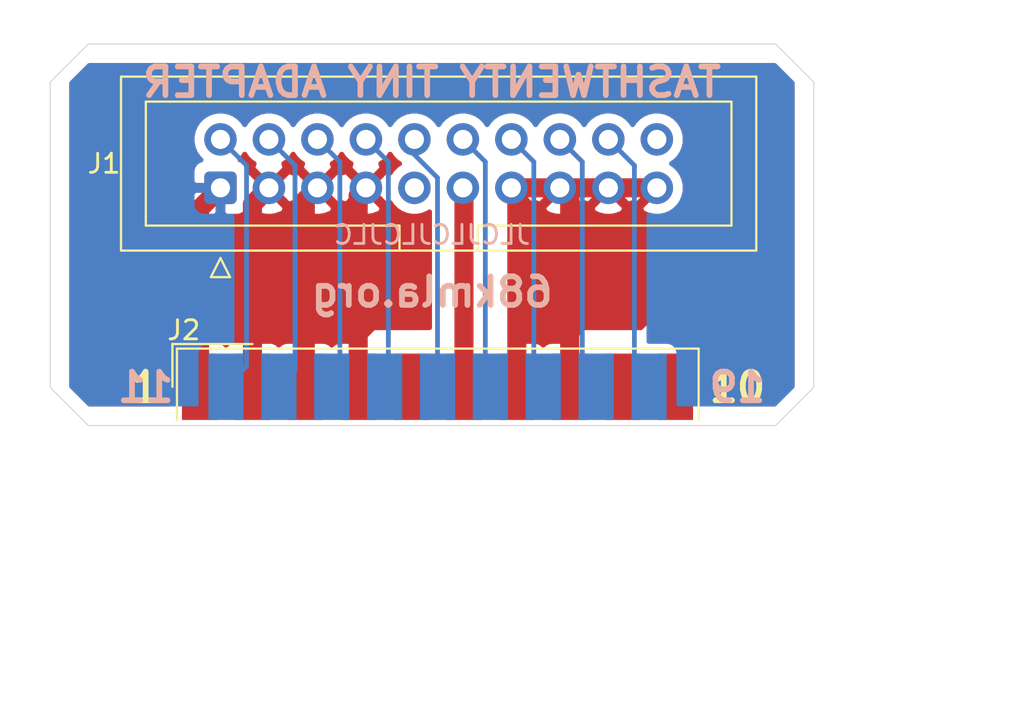
<source format=kicad_pcb>
(kicad_pcb (version 20171130) (host pcbnew "(5.1.12-1-10_14)")

  (general
    (thickness 1.6)
    (drawings 15)
    (tracks 44)
    (zones 0)
    (modules 2)
    (nets 13)
  )

  (page A4)
  (title_block
    (title "TashTwenty Tiny Adapter")
    (date 2021-11-28)
    (rev 1.0)
    (company Lostwave)
    (comment 1 https://68kmla.org)
    (comment 2 https://68kmla.org/bb/index.php?threads/tashtwenty-single-chip-dcd-hard-disk-20-interface.39357/)
    (comment 3 https://github.com/lampmerchant/tashtwenty)
  )

  (layers
    (0 F.Cu signal)
    (31 B.Cu signal)
    (36 B.SilkS user)
    (37 F.SilkS user)
    (38 B.Mask user)
    (39 F.Mask user)
    (44 Edge.Cuts user)
    (45 Margin user)
    (46 B.CrtYd user)
    (47 F.CrtYd user)
    (48 B.Fab user)
    (49 F.Fab user)
  )

  (setup
    (last_trace_width 0.25)
    (trace_clearance 0.2)
    (zone_clearance 0.508)
    (zone_45_only no)
    (trace_min 0.2)
    (via_size 1.6)
    (via_drill 0.8)
    (via_min_size 0.4)
    (via_min_drill 0.3)
    (uvia_size 0.3)
    (uvia_drill 0.1)
    (uvias_allowed no)
    (uvia_min_size 0.2)
    (uvia_min_drill 0.1)
    (edge_width 0.05)
    (segment_width 0.2)
    (pcb_text_width 0.3)
    (pcb_text_size 1.5 1.5)
    (mod_edge_width 0.12)
    (mod_text_size 1 1)
    (mod_text_width 0.15)
    (pad_size 1.524 1.524)
    (pad_drill 0.762)
    (pad_to_mask_clearance 0)
    (aux_axis_origin 0 0)
    (visible_elements FFFFFF7F)
    (pcbplotparams
      (layerselection 0x010f0_ffffffff)
      (usegerberextensions false)
      (usegerberattributes true)
      (usegerberadvancedattributes true)
      (creategerberjobfile true)
      (excludeedgelayer true)
      (linewidth 0.100000)
      (plotframeref false)
      (viasonmask false)
      (mode 1)
      (useauxorigin false)
      (hpglpennumber 1)
      (hpglpenspeed 20)
      (hpglpendiameter 15.000000)
      (psnegative false)
      (psa4output false)
      (plotreference true)
      (plotvalue true)
      (plotinvisibletext false)
      (padsonsilk false)
      (subtractmaskfromsilk false)
      (outputformat 1)
      (mirror false)
      (drillshape 0)
      (scaleselection 1)
      (outputdirectory ""))
  )

  (net 0 "")
  (net 1 +12V)
  (net 2 GND)
  (net 3 /WR)
  (net 4 /RD)
  (net 5 /~ENABLE)
  (net 6 /SEL)
  (net 7 /~WREQ)
  (net 8 /PH3)
  (net 9 /PH2)
  (net 10 /PH1)
  (net 11 /PH0)
  (net 12 +5V)

  (net_class Default "This is the default net class."
    (clearance 0.2)
    (trace_width 0.25)
    (via_dia 1.6)
    (via_drill 0.8)
    (uvia_dia 0.3)
    (uvia_drill 0.1)
    (add_net /PH0)
    (add_net /PH1)
    (add_net /PH2)
    (add_net /PH3)
    (add_net /RD)
    (add_net /SEL)
    (add_net /WR)
    (add_net /~ENABLE)
    (add_net /~WREQ)
  )

  (net_class POWER ""
    (clearance 0.2)
    (trace_width 1)
    (via_dia 1.6)
    (via_drill 0.8)
    (uvia_dia 0.3)
    (uvia_drill 0.1)
    (add_net +12V)
    (add_net +5V)
    (add_net GND)
  )

  (module Connector_Apple:DSUB-19_Male_EdgeMount_P2.77mm (layer F.Cu) (tedit 61A01D8A) (tstamp 61A0D243)
    (at 120 120)
    (descr "25-pin D-Sub connector, solder-cups edge-mounted, male, x-pin-pitch 2.77mm, distance of mounting holes 47.1mm, see https://disti-assets.s3.amazonaws.com/tonar/files/datasheets/16730.pdf")
    (tags "25-pin D-Sub connector edge mount solder cup male x-pin-pitch 2.77mm mounting holes distance 47.1mm")
    (path /61A3D54F)
    (attr smd)
    (fp_text reference J2 (at -13 -5) (layer F.SilkS)
      (effects (font (size 1 1) (thickness 0.15)))
    )
    (fp_text value DB19_Female (at 0 14.605) (layer F.Fab)
      (effects (font (size 1 1) (thickness 0.15)))
    )
    (fp_line (start -22.105 -0.042) (end 30.995 -0.042) (layer Dwgs.User) (width 0.05))
    (fp_line (start -13.598333 -4.272) (end -9.405 -4.272) (layer F.SilkS) (width 0.12))
    (fp_line (start -13.598333 -2.032) (end -13.598333 -4.272) (layer F.SilkS) (width 0.12))
    (fp_line (start -13.358333 -4.032) (end -13.358333 -0.292) (layer F.SilkS) (width 0.12))
    (fp_line (start 13.97 -4.032) (end -13.358333 -4.032) (layer F.SilkS) (width 0.12))
    (fp_line (start 13.97 -0.292) (end 13.97 -4.032) (layer F.SilkS) (width 0.12))
    (fp_line (start -13.605 -0.532) (end -13.605 -4.282) (layer F.CrtYd) (width 0.05))
    (fp_line (start -14.605 -0.532) (end -13.605 -0.532) (layer F.CrtYd) (width 0.05))
    (fp_line (start -14.605 2.268) (end -14.605 -0.532) (layer F.CrtYd) (width 0.05))
    (fp_line (start -15.605 2.268) (end -14.605 2.268) (layer F.CrtYd) (width 0.05))
    (fp_line (start -15.605 6.768) (end -15.605 2.268) (layer F.CrtYd) (width 0.05))
    (fp_line (start -22.605 6.768) (end -15.605 6.768) (layer F.CrtYd) (width 0.05))
    (fp_line (start -22.605 8.168) (end -22.605 6.768) (layer F.CrtYd) (width 0.05))
    (fp_line (start -15.205 8.168) (end -22.605 8.168) (layer F.CrtYd) (width 0.05))
    (fp_line (start -15.205 14.168) (end -15.205 8.168) (layer F.CrtYd) (width 0.05))
    (fp_line (start 15.841 14.168) (end -15.205 14.168) (layer F.CrtYd) (width 0.05))
    (fp_line (start 15.841 8.168) (end 15.841 14.168) (layer F.CrtYd) (width 0.05))
    (fp_line (start 23.241 8.168) (end 15.841 8.168) (layer F.CrtYd) (width 0.05))
    (fp_line (start 23.224 6.768) (end 23.224 8.168) (layer F.CrtYd) (width 0.05))
    (fp_line (start 16.224 6.768) (end 23.224 6.768) (layer F.CrtYd) (width 0.05))
    (fp_line (start 16.224 2.268) (end 16.224 6.768) (layer F.CrtYd) (width 0.05))
    (fp_line (start 15.224 2.268) (end 16.224 2.268) (layer F.CrtYd) (width 0.05))
    (fp_line (start 15.224 -0.532) (end 15.224 2.268) (layer F.CrtYd) (width 0.05))
    (fp_line (start 14.224 -0.532) (end 15.224 -0.532) (layer F.CrtYd) (width 0.05))
    (fp_line (start 14.224 -4.282) (end 14.224 -0.532) (layer F.CrtYd) (width 0.05))
    (fp_line (start -13.605 -4.282) (end 14.224 -4.282) (layer F.CrtYd) (width 0.05))
    (fp_line (start 22.7965 7.658) (end -14.705 7.658) (layer F.Fab) (width 0.1))
    (fp_line (start 15.396229 13.66049) (end 15.396229 7.66049) (layer F.Fab) (width 0.1))
    (fp_line (start -14.705 13.658) (end 15.36791 13.65338) (layer F.Fab) (width 0.1))
    (fp_line (start -14.705 7.658) (end -14.705 13.658) (layer F.Fab) (width 0.1))
    (fp_line (start 22.7965 7.258) (end -22.105 7.258) (layer F.Fab) (width 0.1))
    (fp_line (start 22.7965 7.658) (end 22.7965 7.258) (layer F.Fab) (width 0.1))
    (fp_line (start -22.105 7.658) (end 22.7965 7.658) (layer F.Fab) (width 0.1))
    (fp_line (start -22.105 7.258) (end -22.105 7.658) (layer F.Fab) (width 0.1))
    (fp_line (start 15.748 2.758) (end -15.105 2.758) (layer F.Fab) (width 0.1))
    (fp_line (start 15.748 7.258) (end 15.748 2.758) (layer F.Fab) (width 0.1))
    (fp_line (start -15.105 7.258) (end 22.7965 7.258) (layer F.Fab) (width 0.1))
    (fp_line (start -15.105 2.758) (end -15.105 7.258) (layer F.Fab) (width 0.1))
    (fp_line (start 14.732 -0.042) (end -14.105 -0.042) (layer F.Fab) (width 0.1))
    (fp_line (start 14.732 2.758) (end 14.732 -0.042) (layer F.Fab) (width 0.1))
    (fp_line (start -14.105 2.758) (end 15.748 2.758) (layer F.Fab) (width 0.1))
    (fp_line (start -14.105 -0.042) (end -14.105 2.758) (layer F.Fab) (width 0.1))
    (fp_line (start 13.54 -0.042) (end 14.74 -0.042) (layer B.Fab) (width 0.1))
    (fp_line (start 11.97 -2.942) (end 10.77 -2.942) (layer B.Fab) (width 0.1))
    (fp_line (start 11.97 -0.042) (end 11.97 -2.942) (layer B.Fab) (width 0.1))
    (fp_line (start 10.77 -0.042) (end 11.97 -0.042) (layer B.Fab) (width 0.1))
    (fp_line (start 10.77 -2.942) (end 10.77 -0.042) (layer B.Fab) (width 0.1))
    (fp_line (start 9.2 -2.942) (end 8 -2.942) (layer B.Fab) (width 0.1))
    (fp_line (start 9.2 -0.042) (end 9.2 -2.942) (layer B.Fab) (width 0.1))
    (fp_line (start 8 -0.042) (end 9.2 -0.042) (layer B.Fab) (width 0.1))
    (fp_line (start 8 -2.942) (end 8 -0.042) (layer B.Fab) (width 0.1))
    (fp_line (start 6.43 -2.942) (end 5.23 -2.942) (layer B.Fab) (width 0.1))
    (fp_line (start 6.43 -0.042) (end 6.43 -2.942) (layer B.Fab) (width 0.1))
    (fp_line (start 5.23 -0.042) (end 6.43 -0.042) (layer B.Fab) (width 0.1))
    (fp_line (start 5.23 -2.942) (end 5.23 -0.042) (layer B.Fab) (width 0.1))
    (fp_line (start 3.66 -2.942) (end 2.46 -2.942) (layer B.Fab) (width 0.1))
    (fp_line (start 3.66 -0.042) (end 3.66 -2.942) (layer B.Fab) (width 0.1))
    (fp_line (start 2.46 -0.042) (end 3.66 -0.042) (layer B.Fab) (width 0.1))
    (fp_line (start 2.46 -2.942) (end 2.46 -0.042) (layer B.Fab) (width 0.1))
    (fp_line (start 0.89 -2.942) (end -0.31 -2.942) (layer B.Fab) (width 0.1))
    (fp_line (start 0.89 -0.042) (end 0.89 -2.942) (layer B.Fab) (width 0.1))
    (fp_line (start -0.31 -0.042) (end 0.89 -0.042) (layer B.Fab) (width 0.1))
    (fp_line (start -0.31 -2.942) (end -0.31 -0.042) (layer B.Fab) (width 0.1))
    (fp_line (start -1.88 -2.942) (end -3.08 -2.942) (layer B.Fab) (width 0.1))
    (fp_line (start -1.88 -0.042) (end -1.88 -2.942) (layer B.Fab) (width 0.1))
    (fp_line (start -3.08 -0.042) (end -1.88 -0.042) (layer B.Fab) (width 0.1))
    (fp_line (start -3.08 -2.942) (end -3.08 -0.042) (layer B.Fab) (width 0.1))
    (fp_line (start -4.65 -2.942) (end -5.85 -2.942) (layer B.Fab) (width 0.1))
    (fp_line (start -4.65 -0.042) (end -4.65 -2.942) (layer B.Fab) (width 0.1))
    (fp_line (start -5.85 -0.042) (end -4.65 -0.042) (layer B.Fab) (width 0.1))
    (fp_line (start -5.85 -2.942) (end -5.85 -0.042) (layer B.Fab) (width 0.1))
    (fp_line (start -7.42 -2.942) (end -8.62 -2.942) (layer B.Fab) (width 0.1))
    (fp_line (start -7.42 -0.042) (end -7.42 -2.942) (layer B.Fab) (width 0.1))
    (fp_line (start -8.62 -0.042) (end -7.42 -0.042) (layer B.Fab) (width 0.1))
    (fp_line (start -8.62 -2.942) (end -8.62 -0.042) (layer B.Fab) (width 0.1))
    (fp_line (start -10.19 -2.942) (end -11.39 -2.942) (layer B.Fab) (width 0.1))
    (fp_line (start -10.19 -0.042) (end -10.19 -2.942) (layer B.Fab) (width 0.1))
    (fp_line (start -11.39 -0.042) (end -10.19 -0.042) (layer B.Fab) (width 0.1))
    (fp_line (start -11.39 -2.942) (end -11.39 -0.042) (layer B.Fab) (width 0.1))
    (fp_line (start 13.355 -2.942) (end 12.155 -2.942) (layer F.Fab) (width 0.1))
    (fp_line (start 13.355 -0.042) (end 13.355 -2.942) (layer F.Fab) (width 0.1))
    (fp_line (start 12.155 -0.042) (end 13.355 -0.042) (layer F.Fab) (width 0.1))
    (fp_line (start 12.155 -2.942) (end 12.155 -0.042) (layer F.Fab) (width 0.1))
    (fp_line (start 10.585 -2.942) (end 9.385 -2.942) (layer F.Fab) (width 0.1))
    (fp_line (start 10.585 -0.042) (end 10.585 -2.942) (layer F.Fab) (width 0.1))
    (fp_line (start 9.385 -0.042) (end 10.585 -0.042) (layer F.Fab) (width 0.1))
    (fp_line (start 9.385 -2.942) (end 9.385 -0.042) (layer F.Fab) (width 0.1))
    (fp_line (start 7.815 -2.942) (end 6.615 -2.942) (layer F.Fab) (width 0.1))
    (fp_line (start 7.815 -0.042) (end 7.815 -2.942) (layer F.Fab) (width 0.1))
    (fp_line (start 6.615 -0.042) (end 7.815 -0.042) (layer F.Fab) (width 0.1))
    (fp_line (start 6.615 -2.942) (end 6.615 -0.042) (layer F.Fab) (width 0.1))
    (fp_line (start 5.045 -2.942) (end 3.845 -2.942) (layer F.Fab) (width 0.1))
    (fp_line (start 5.045 -0.042) (end 5.045 -2.942) (layer F.Fab) (width 0.1))
    (fp_line (start 3.845 -0.042) (end 5.045 -0.042) (layer F.Fab) (width 0.1))
    (fp_line (start 3.845 -2.942) (end 3.845 -0.042) (layer F.Fab) (width 0.1))
    (fp_line (start 2.275 -2.942) (end 1.075 -2.942) (layer F.Fab) (width 0.1))
    (fp_line (start 2.275 -0.042) (end 2.275 -2.942) (layer F.Fab) (width 0.1))
    (fp_line (start 1.075 -0.042) (end 2.275 -0.042) (layer F.Fab) (width 0.1))
    (fp_line (start 1.075 -2.942) (end 1.075 -0.042) (layer F.Fab) (width 0.1))
    (fp_line (start -0.495 -2.942) (end -1.695 -2.942) (layer F.Fab) (width 0.1))
    (fp_line (start -0.495 -0.042) (end -0.495 -2.942) (layer F.Fab) (width 0.1))
    (fp_line (start -1.695 -0.042) (end -0.495 -0.042) (layer F.Fab) (width 0.1))
    (fp_line (start -1.695 -2.942) (end -1.695 -0.042) (layer F.Fab) (width 0.1))
    (fp_line (start -3.265 -2.942) (end -4.465 -2.942) (layer F.Fab) (width 0.1))
    (fp_line (start -3.265 -0.042) (end -3.265 -2.942) (layer F.Fab) (width 0.1))
    (fp_line (start -4.465 -0.042) (end -3.265 -0.042) (layer F.Fab) (width 0.1))
    (fp_line (start -4.465 -2.942) (end -4.465 -0.042) (layer F.Fab) (width 0.1))
    (fp_line (start -6.035 -2.942) (end -7.235 -2.942) (layer F.Fab) (width 0.1))
    (fp_line (start -6.035 -0.042) (end -6.035 -2.942) (layer F.Fab) (width 0.1))
    (fp_line (start -7.235 -0.042) (end -6.035 -0.042) (layer F.Fab) (width 0.1))
    (fp_line (start -7.235 -2.942) (end -7.235 -0.042) (layer F.Fab) (width 0.1))
    (fp_line (start -8.805 -2.942) (end -10.005 -2.942) (layer F.Fab) (width 0.1))
    (fp_line (start -8.805 -0.042) (end -8.805 -2.942) (layer F.Fab) (width 0.1))
    (fp_line (start -10.005 -0.042) (end -8.805 -0.042) (layer F.Fab) (width 0.1))
    (fp_line (start -10.005 -2.942) (end -10.005 -0.042) (layer F.Fab) (width 0.1))
    (fp_line (start -11.575 -2.942) (end -12.775 -2.942) (layer F.Fab) (width 0.1))
    (fp_line (start -11.575 -0.042) (end -11.575 -2.942) (layer F.Fab) (width 0.1))
    (fp_line (start -12.775 -0.042) (end -11.575 -0.042) (layer F.Fab) (width 0.1))
    (fp_line (start -12.775 -2.942) (end -12.775 -0.042) (layer F.Fab) (width 0.1))
    (fp_text user "PCB edge" (at -17.105 -0.708667) (layer Dwgs.User)
      (effects (font (size 0.5 0.5) (thickness 0.075)))
    )
    (fp_text user %R (at 4.445 1.358) (layer F.Fab)
      (effects (font (size 1 1) (thickness 0.15)))
    )
    (pad 19 smd rect (at 11.37 -2.032) (size 1.846667 3.48) (layers B.Cu B.Paste B.Mask)
      (net 3 /WR))
    (pad 18 smd rect (at 8.6 -2.032) (size 1.846667 3.48) (layers B.Cu B.Paste B.Mask)
      (net 4 /RD))
    (pad 17 smd rect (at 5.83 -2.032) (size 1.846667 3.48) (layers B.Cu B.Paste B.Mask)
      (net 5 /~ENABLE))
    (pad 16 smd rect (at 3.06 -2.032) (size 1.846667 3.48) (layers B.Cu B.Paste B.Mask)
      (net 6 /SEL))
    (pad 15 smd rect (at 0.29 -2.032) (size 1.846667 3.48) (layers B.Cu B.Paste B.Mask)
      (net 7 /~WREQ))
    (pad 14 smd rect (at -2.48 -2.032) (size 1.846667 3.48) (layers B.Cu B.Paste B.Mask)
      (net 8 /PH3))
    (pad 13 smd rect (at -5.25 -2.032) (size 1.846667 3.48) (layers B.Cu B.Paste B.Mask)
      (net 9 /PH2))
    (pad 12 smd rect (at -8.02 -2.032) (size 1.846667 3.48) (layers B.Cu B.Paste B.Mask)
      (net 10 /PH1))
    (pad 11 smd rect (at -10.79 -2.032) (size 1.846667 3.48) (layers B.Cu B.Paste B.Mask)
      (net 11 /PH0))
    (pad 10 smd rect (at 12.755 -2.032) (size 1.846667 3.48) (layers F.Cu F.Paste F.Mask))
    (pad 9 smd rect (at 9.985 -2.032) (size 1.846667 3.48) (layers F.Cu F.Paste F.Mask))
    (pad 8 smd rect (at 7.215 -2.032) (size 1.846667 3.48) (layers F.Cu F.Paste F.Mask)
      (net 1 +12V))
    (pad 7 smd rect (at 4.445 -2.032) (size 1.846667 3.48) (layers F.Cu F.Paste F.Mask)
      (net 1 +12V))
    (pad 6 smd rect (at 1.675 -2.032) (size 1.846667 3.48) (layers F.Cu F.Paste F.Mask)
      (net 12 +5V))
    (pad 5 smd rect (at -1.095 -2.032) (size 1.846667 3.48) (layers F.Cu F.Paste F.Mask))
    (pad 4 smd rect (at -3.865 -2.032) (size 1.846667 3.48) (layers F.Cu F.Paste F.Mask)
      (net 2 GND))
    (pad 3 smd rect (at -6.635 -2.032) (size 1.846667 3.48) (layers F.Cu F.Paste F.Mask)
      (net 2 GND))
    (pad 2 smd rect (at -9.405 -2.032) (size 1.846667 3.48) (layers F.Cu F.Paste F.Mask)
      (net 2 GND))
    (pad 1 smd rect (at -12.175 -2.032) (size 1.846667 3.48) (layers F.Cu F.Paste F.Mask)
      (net 2 GND))
    (model ${KISYS3DMOD}/Connector_Dsub.3dshapes/DSUB-25_Male_EdgeMount_P2.77mm.wrl
      (at (xyz 0 0 0))
      (scale (xyz 1 1 1))
      (rotate (xyz 0 0 0))
    )
  )

  (module Connector_IDC:IDC-Header_2x10_P2.54mm_Vertical (layer F.Cu) (tedit 5EAC9A07) (tstamp 61A0722C)
    (at 108.92 107.54 90)
    (descr "Through hole IDC box header, 2x10, 2.54mm pitch, DIN 41651 / IEC 60603-13, double rows, https://docs.google.com/spreadsheets/d/16SsEcesNF15N3Lb4niX7dcUr-NY5_MFPQhobNuNppn4/edit#gid=0")
    (tags "Through hole vertical IDC box header THT 2x10 2.54mm double row")
    (path /61A0248C)
    (fp_text reference J1 (at 1.27 -6.1 180) (layer F.SilkS)
      (effects (font (size 1 1) (thickness 0.15)))
    )
    (fp_text value Conn_02x10_Odd_Even (at 1.27 28.96 90) (layer F.Fab)
      (effects (font (size 1 1) (thickness 0.15)))
    )
    (fp_line (start -3.18 -4.1) (end -2.18 -5.1) (layer F.Fab) (width 0.1))
    (fp_line (start -2.18 -5.1) (end 5.72 -5.1) (layer F.Fab) (width 0.1))
    (fp_line (start 5.72 -5.1) (end 5.72 27.96) (layer F.Fab) (width 0.1))
    (fp_line (start 5.72 27.96) (end -3.18 27.96) (layer F.Fab) (width 0.1))
    (fp_line (start -3.18 27.96) (end -3.18 -4.1) (layer F.Fab) (width 0.1))
    (fp_line (start -3.18 9.38) (end -1.98 9.38) (layer F.Fab) (width 0.1))
    (fp_line (start -1.98 9.38) (end -1.98 -3.91) (layer F.Fab) (width 0.1))
    (fp_line (start -1.98 -3.91) (end 4.52 -3.91) (layer F.Fab) (width 0.1))
    (fp_line (start 4.52 -3.91) (end 4.52 26.77) (layer F.Fab) (width 0.1))
    (fp_line (start 4.52 26.77) (end -1.98 26.77) (layer F.Fab) (width 0.1))
    (fp_line (start -1.98 26.77) (end -1.98 13.48) (layer F.Fab) (width 0.1))
    (fp_line (start -1.98 13.48) (end -1.98 13.48) (layer F.Fab) (width 0.1))
    (fp_line (start -1.98 13.48) (end -3.18 13.48) (layer F.Fab) (width 0.1))
    (fp_line (start -3.29 -5.21) (end 5.83 -5.21) (layer F.SilkS) (width 0.12))
    (fp_line (start 5.83 -5.21) (end 5.83 28.07) (layer F.SilkS) (width 0.12))
    (fp_line (start 5.83 28.07) (end -3.29 28.07) (layer F.SilkS) (width 0.12))
    (fp_line (start -3.29 28.07) (end -3.29 -5.21) (layer F.SilkS) (width 0.12))
    (fp_line (start -3.29 9.38) (end -1.98 9.38) (layer F.SilkS) (width 0.12))
    (fp_line (start -1.98 9.38) (end -1.98 -3.91) (layer F.SilkS) (width 0.12))
    (fp_line (start -1.98 -3.91) (end 4.52 -3.91) (layer F.SilkS) (width 0.12))
    (fp_line (start 4.52 -3.91) (end 4.52 26.77) (layer F.SilkS) (width 0.12))
    (fp_line (start 4.52 26.77) (end -1.98 26.77) (layer F.SilkS) (width 0.12))
    (fp_line (start -1.98 26.77) (end -1.98 13.48) (layer F.SilkS) (width 0.12))
    (fp_line (start -1.98 13.48) (end -1.98 13.48) (layer F.SilkS) (width 0.12))
    (fp_line (start -1.98 13.48) (end -3.29 13.48) (layer F.SilkS) (width 0.12))
    (fp_line (start -3.68 0) (end -4.68 -0.5) (layer F.SilkS) (width 0.12))
    (fp_line (start -4.68 -0.5) (end -4.68 0.5) (layer F.SilkS) (width 0.12))
    (fp_line (start -4.68 0.5) (end -3.68 0) (layer F.SilkS) (width 0.12))
    (fp_line (start -3.68 -5.6) (end -3.68 28.46) (layer F.CrtYd) (width 0.05))
    (fp_line (start -3.68 28.46) (end 6.22 28.46) (layer F.CrtYd) (width 0.05))
    (fp_line (start 6.22 28.46) (end 6.22 -5.6) (layer F.CrtYd) (width 0.05))
    (fp_line (start 6.22 -5.6) (end -3.68 -5.6) (layer F.CrtYd) (width 0.05))
    (fp_text user %R (at 1.27 11.43) (layer F.Fab)
      (effects (font (size 1 1) (thickness 0.15)))
    )
    (pad 20 thru_hole circle (at 2.54 22.86 90) (size 1.7 1.7) (drill 1) (layers *.Cu *.Mask))
    (pad 18 thru_hole circle (at 2.54 20.32 90) (size 1.7 1.7) (drill 1) (layers *.Cu *.Mask)
      (net 3 /WR))
    (pad 16 thru_hole circle (at 2.54 17.78 90) (size 1.7 1.7) (drill 1) (layers *.Cu *.Mask)
      (net 4 /RD))
    (pad 14 thru_hole circle (at 2.54 15.24 90) (size 1.7 1.7) (drill 1) (layers *.Cu *.Mask)
      (net 5 /~ENABLE))
    (pad 12 thru_hole circle (at 2.54 12.7 90) (size 1.7 1.7) (drill 1) (layers *.Cu *.Mask)
      (net 6 /SEL))
    (pad 10 thru_hole circle (at 2.54 10.16 90) (size 1.7 1.7) (drill 1) (layers *.Cu *.Mask)
      (net 7 /~WREQ))
    (pad 8 thru_hole circle (at 2.54 7.62 90) (size 1.7 1.7) (drill 1) (layers *.Cu *.Mask)
      (net 8 /PH3))
    (pad 6 thru_hole circle (at 2.54 5.08 90) (size 1.7 1.7) (drill 1) (layers *.Cu *.Mask)
      (net 9 /PH2))
    (pad 4 thru_hole circle (at 2.54 2.54 90) (size 1.7 1.7) (drill 1) (layers *.Cu *.Mask)
      (net 10 /PH1))
    (pad 2 thru_hole circle (at 2.54 0 90) (size 1.7 1.7) (drill 1) (layers *.Cu *.Mask)
      (net 11 /PH0))
    (pad 19 thru_hole circle (at 0 22.86 90) (size 1.7 1.7) (drill 1) (layers *.Cu *.Mask)
      (net 1 +12V))
    (pad 17 thru_hole circle (at 0 20.32 90) (size 1.7 1.7) (drill 1) (layers *.Cu *.Mask)
      (net 1 +12V))
    (pad 15 thru_hole circle (at 0 17.78 90) (size 1.7 1.7) (drill 1) (layers *.Cu *.Mask)
      (net 1 +12V))
    (pad 13 thru_hole circle (at 0 15.24 90) (size 1.7 1.7) (drill 1) (layers *.Cu *.Mask)
      (net 1 +12V))
    (pad 11 thru_hole circle (at 0 12.7 90) (size 1.7 1.7) (drill 1) (layers *.Cu *.Mask)
      (net 12 +5V))
    (pad 9 thru_hole circle (at 0 10.16 90) (size 1.7 1.7) (drill 1) (layers *.Cu *.Mask))
    (pad 7 thru_hole circle (at 0 7.62 90) (size 1.7 1.7) (drill 1) (layers *.Cu *.Mask)
      (net 2 GND))
    (pad 5 thru_hole circle (at 0 5.08 90) (size 1.7 1.7) (drill 1) (layers *.Cu *.Mask)
      (net 2 GND))
    (pad 3 thru_hole circle (at 0 2.54 90) (size 1.7 1.7) (drill 1) (layers *.Cu *.Mask)
      (net 2 GND))
    (pad 1 thru_hole roundrect (at 0 0 90) (size 1.7 1.7) (drill 1) (layers *.Cu *.Mask) (roundrect_rratio 0.1470588235294118)
      (net 2 GND))
    (model ${KISYS3DMOD}/Connector_IDC.3dshapes/IDC-Header_2x10_P2.54mm_Vertical.wrl
      (at (xyz 0 0 0))
      (scale (xyz 1 1 1))
      (rotate (xyz 0 0 0))
    )
  )

  (gr_text JLCJLCJLCJLC (at 120 110) (layer B.SilkS)
    (effects (font (size 1 1) (thickness 0.15)) (justify mirror))
  )
  (gr_text 10 (at 136 118) (layer F.SilkS)
    (effects (font (size 1.5 1.5) (thickness 0.3)))
  )
  (gr_text 1 (at 105 118) (layer F.SilkS)
    (effects (font (size 1.5 1.5) (thickness 0.3)))
  )
  (gr_text 11 (at 105 118) (layer B.SilkS)
    (effects (font (size 1.5 1.5) (thickness 0.3)) (justify mirror))
  )
  (gr_text 19 (at 136 118) (layer B.SilkS)
    (effects (font (size 1.5 1.5) (thickness 0.3)) (justify mirror))
  )
  (gr_text 68kmla.org (at 120 113) (layer B.SilkS)
    (effects (font (size 1.5 1.5) (thickness 0.3)) (justify mirror))
  )
  (gr_text "TASHTWENTY TINY ADAPTER" (at 120 102) (layer B.SilkS)
    (effects (font (size 1.5 1.5) (thickness 0.3)) (justify mirror))
  )
  (gr_line (start 100 118) (end 100 102) (layer Edge.Cuts) (width 0.05) (tstamp 61A0730C))
  (gr_line (start 102 120) (end 100 118) (layer Edge.Cuts) (width 0.05))
  (gr_line (start 138 120) (end 102 120) (layer Edge.Cuts) (width 0.05))
  (gr_line (start 140 118) (end 138 120) (layer Edge.Cuts) (width 0.05))
  (gr_line (start 140 102) (end 140 118) (layer Edge.Cuts) (width 0.05))
  (gr_line (start 138 100) (end 140 102) (layer Edge.Cuts) (width 0.05))
  (gr_line (start 102 100) (end 138 100) (layer Edge.Cuts) (width 0.05))
  (gr_line (start 100 102) (end 102 100) (layer Edge.Cuts) (width 0.05))

  (segment (start 127.215 108.055) (end 126.7 107.54) (width 1) (layer F.Cu) (net 1))
  (segment (start 127.215 117.968) (end 127.215 108.055) (width 1) (layer F.Cu) (net 1))
  (segment (start 124.16 107.54) (end 126.7 107.54) (width 1) (layer F.Cu) (net 1))
  (segment (start 126.7 107.54) (end 129.24 107.54) (width 1) (layer F.Cu) (net 1))
  (segment (start 131.78 107.54) (end 129.24 107.54) (width 1) (layer F.Cu) (net 1))
  (segment (start 124.445 107.825) (end 124.16 107.54) (width 1) (layer F.Cu) (net 1))
  (segment (start 124.445 117.968) (end 124.445 107.825) (width 1) (layer F.Cu) (net 1))
  (segment (start 116.135 107.945) (end 116.54 107.54) (width 1) (layer F.Cu) (net 2))
  (segment (start 116.135 117.968) (end 116.135 107.945) (width 1) (layer F.Cu) (net 2))
  (segment (start 113.365 108.175) (end 114 107.54) (width 1) (layer F.Cu) (net 2))
  (segment (start 113.365 117.968) (end 113.365 108.175) (width 1) (layer F.Cu) (net 2))
  (segment (start 110.595 108.405) (end 111.46 107.54) (width 1) (layer F.Cu) (net 2))
  (segment (start 110.595 117.968) (end 110.595 108.405) (width 1) (layer F.Cu) (net 2))
  (segment (start 107.825 108.635) (end 108.92 107.54) (width 1) (layer F.Cu) (net 2))
  (segment (start 107.825 117.968) (end 107.825 108.635) (width 1) (layer F.Cu) (net 2))
  (segment (start 130.604999 106.364999) (end 129.24 105) (width 0.25) (layer B.Cu) (net 3))
  (segment (start 130.604999 117.202999) (end 130.604999 106.364999) (width 0.25) (layer B.Cu) (net 3))
  (segment (start 131.37 117.968) (end 130.604999 117.202999) (width 0.25) (layer B.Cu) (net 3))
  (segment (start 127.875001 106.175001) (end 126.7 105) (width 0.25) (layer B.Cu) (net 4))
  (segment (start 127.875001 117.243001) (end 127.875001 106.175001) (width 0.25) (layer B.Cu) (net 4))
  (segment (start 128.6 117.968) (end 127.875001 117.243001) (width 0.25) (layer B.Cu) (net 4))
  (segment (start 125.335001 106.175001) (end 124.16 105) (width 0.25) (layer B.Cu) (net 5))
  (segment (start 125.335001 117.473001) (end 125.335001 106.175001) (width 0.25) (layer B.Cu) (net 5))
  (segment (start 125.83 117.968) (end 125.335001 117.473001) (width 0.25) (layer B.Cu) (net 5))
  (segment (start 122.795001 117.703001) (end 122.795001 106.175001) (width 0.25) (layer B.Cu) (net 6))
  (segment (start 122.795001 106.175001) (end 121.62 105) (width 0.25) (layer B.Cu) (net 6))
  (segment (start 123.06 117.968) (end 122.795001 117.703001) (width 0.25) (layer B.Cu) (net 6))
  (segment (start 119.08 105.800998) (end 119.08 105) (width 0.25) (layer B.Cu) (net 7))
  (segment (start 120.29 107.010998) (end 119.08 105.800998) (width 0.25) (layer B.Cu) (net 7))
  (segment (start 120.29 117.968) (end 120.29 107.010998) (width 0.25) (layer B.Cu) (net 7))
  (segment (start 117.715001 106.175001) (end 116.54 105) (width 0.25) (layer B.Cu) (net 8))
  (segment (start 117.715001 117.772999) (end 117.715001 106.175001) (width 0.25) (layer B.Cu) (net 8))
  (segment (start 117.52 117.968) (end 117.715001 117.772999) (width 0.25) (layer B.Cu) (net 8))
  (segment (start 115.175001 106.175001) (end 114 105) (width 0.25) (layer B.Cu) (net 9))
  (segment (start 115.175001 117.542999) (end 115.175001 106.175001) (width 0.25) (layer B.Cu) (net 9))
  (segment (start 114.75 117.968) (end 115.175001 117.542999) (width 0.25) (layer B.Cu) (net 9))
  (segment (start 112.824999 106.364999) (end 111.46 105) (width 0.25) (layer B.Cu) (net 10))
  (segment (start 112.824999 117.123001) (end 112.824999 106.364999) (width 0.25) (layer B.Cu) (net 10))
  (segment (start 111.98 117.968) (end 112.824999 117.123001) (width 0.25) (layer B.Cu) (net 10))
  (segment (start 110.284999 106.364999) (end 108.92 105) (width 0.25) (layer B.Cu) (net 11))
  (segment (start 110.284999 116.893001) (end 110.284999 106.364999) (width 0.25) (layer B.Cu) (net 11))
  (segment (start 109.21 117.968) (end 110.284999 116.893001) (width 0.25) (layer B.Cu) (net 11))
  (segment (start 121.675 107.595) (end 121.62 107.54) (width 1) (layer F.Cu) (net 12))
  (segment (start 121.675 117.968) (end 121.675 107.595) (width 1) (layer F.Cu) (net 12))

  (zone (net 1) (net_name +12V) (layer F.Cu) (tstamp 61B0AE84) (hatch edge 0.508)
    (connect_pads (clearance 0.508))
    (min_thickness 0.254)
    (fill yes (arc_segments 32) (thermal_gap 0.508) (thermal_bridge_width 0.508))
    (polygon
      (pts
        (xy 132 114) (xy 131 115) (xy 128 115) (xy 127 116) (xy 124 116)
        (xy 124 107) (xy 132 107)
      )
    )
    (filled_polygon
      (pts
        (xy 131.873 107.42511) (xy 131.873 107.65489) (xy 131.794143 107.733748) (xy 131.78 107.719605) (xy 130.931208 108.568397)
        (xy 131.008843 108.817472) (xy 131.272883 108.943371) (xy 131.556411 109.015339) (xy 131.848531 109.030611) (xy 131.873 109.02706)
        (xy 131.873 113.947394) (xy 130.947394 114.873) (xy 128 114.873) (xy 127.975224 114.87544) (xy 127.951399 114.882667)
        (xy 127.929443 114.894403) (xy 127.910197 114.910197) (xy 127.078322 115.742072) (xy 126.92925 115.593) (xy 126.291667 115.589928)
        (xy 126.167185 115.602188) (xy 126.047487 115.638498) (xy 125.937173 115.697463) (xy 125.840482 115.776815) (xy 125.83 115.789587)
        (xy 125.819518 115.776815) (xy 125.722827 115.697463) (xy 125.612513 115.638498) (xy 125.492815 115.602188) (xy 125.368333 115.589928)
        (xy 124.73075 115.593) (xy 124.572 115.75175) (xy 124.572 115.873) (xy 124.318 115.873) (xy 124.318 115.75175)
        (xy 124.15925 115.593) (xy 124.127 115.592845) (xy 124.127 109.025303) (xy 124.228531 109.030611) (xy 124.518019 108.988599)
        (xy 124.793747 108.890919) (xy 124.931157 108.817472) (xy 125.008792 108.568397) (xy 125.851208 108.568397) (xy 125.928843 108.817472)
        (xy 126.192883 108.943371) (xy 126.476411 109.015339) (xy 126.768531 109.030611) (xy 127.058019 108.988599) (xy 127.333747 108.890919)
        (xy 127.471157 108.817472) (xy 127.548792 108.568397) (xy 128.391208 108.568397) (xy 128.468843 108.817472) (xy 128.732883 108.943371)
        (xy 129.016411 109.015339) (xy 129.308531 109.030611) (xy 129.598019 108.988599) (xy 129.873747 108.890919) (xy 130.011157 108.817472)
        (xy 130.088792 108.568397) (xy 129.24 107.719605) (xy 128.391208 108.568397) (xy 127.548792 108.568397) (xy 126.7 107.719605)
        (xy 125.851208 108.568397) (xy 125.008792 108.568397) (xy 124.16 107.719605) (xy 124.145858 107.733748) (xy 124.127 107.71489)
        (xy 124.127 107.36511) (xy 124.145858 107.346253) (xy 124.16 107.360395) (xy 124.174143 107.346253) (xy 124.353748 107.525858)
        (xy 124.339605 107.54) (xy 125.188397 108.388792) (xy 125.43 108.313486) (xy 125.671603 108.388792) (xy 126.520395 107.54)
        (xy 126.506253 107.525858) (xy 126.685858 107.346253) (xy 126.7 107.360395) (xy 126.714143 107.346253) (xy 126.893748 107.525858)
        (xy 126.879605 107.54) (xy 127.728397 108.388792) (xy 127.97 108.313486) (xy 128.211603 108.388792) (xy 129.060395 107.54)
        (xy 129.046253 107.525858) (xy 129.225858 107.346253) (xy 129.24 107.360395) (xy 129.254143 107.346253) (xy 129.433748 107.525858)
        (xy 129.419605 107.54) (xy 130.268397 108.388792) (xy 130.51 108.313486) (xy 130.751603 108.388792) (xy 131.600395 107.54)
        (xy 131.586253 107.525858) (xy 131.765858 107.346253) (xy 131.78 107.360395) (xy 131.794143 107.346253)
      )
    )
  )
  (zone (net 2) (net_name GND) (layer F.Cu) (tstamp 61B0AE81) (hatch edge 0.508)
    (connect_pads (clearance 0.508))
    (min_thickness 0.254)
    (fill yes (arc_segments 32) (thermal_gap 0.508) (thermal_bridge_width 0.508))
    (polygon
      (pts
        (xy 139 102) (xy 139 118) (xy 138 119) (xy 135 119) (xy 135 115)
        (xy 133 115) (xy 133 107) (xy 132 106) (xy 121 106) (xy 120 107)
        (xy 120 115) (xy 117 115) (xy 116 116) (xy 109 116) (xy 107 119)
        (xy 102 119) (xy 101 118) (xy 101 102) (xy 102 101) (xy 138 101)
      )
    )
    (filled_polygon
      (pts
        (xy 138.873 102.052606) (xy 138.873 117.947394) (xy 137.947394 118.873) (xy 135.127 118.873) (xy 135.127 115)
        (xy 135.12456 114.975224) (xy 135.117333 114.951399) (xy 135.105597 114.929443) (xy 135.089803 114.910197) (xy 135.070557 114.894403)
        (xy 135.048601 114.882667) (xy 135.024776 114.87544) (xy 135 114.873) (xy 133.127 114.873) (xy 133.127 108.168546)
        (xy 133.207932 107.973158) (xy 133.265 107.68626) (xy 133.265 107.39374) (xy 133.207932 107.106842) (xy 133.09599 106.836589)
        (xy 132.933475 106.593368) (xy 132.726632 106.386525) (xy 132.55224 106.27) (xy 132.726632 106.153475) (xy 132.933475 105.946632)
        (xy 133.09599 105.703411) (xy 133.207932 105.433158) (xy 133.265 105.14626) (xy 133.265 104.85374) (xy 133.207932 104.566842)
        (xy 133.09599 104.296589) (xy 132.933475 104.053368) (xy 132.726632 103.846525) (xy 132.483411 103.68401) (xy 132.213158 103.572068)
        (xy 131.92626 103.515) (xy 131.63374 103.515) (xy 131.346842 103.572068) (xy 131.076589 103.68401) (xy 130.833368 103.846525)
        (xy 130.626525 104.053368) (xy 130.51 104.22776) (xy 130.393475 104.053368) (xy 130.186632 103.846525) (xy 129.943411 103.68401)
        (xy 129.673158 103.572068) (xy 129.38626 103.515) (xy 129.09374 103.515) (xy 128.806842 103.572068) (xy 128.536589 103.68401)
        (xy 128.293368 103.846525) (xy 128.086525 104.053368) (xy 127.97 104.22776) (xy 127.853475 104.053368) (xy 127.646632 103.846525)
        (xy 127.403411 103.68401) (xy 127.133158 103.572068) (xy 126.84626 103.515) (xy 126.55374 103.515) (xy 126.266842 103.572068)
        (xy 125.996589 103.68401) (xy 125.753368 103.846525) (xy 125.546525 104.053368) (xy 125.43 104.22776) (xy 125.313475 104.053368)
        (xy 125.106632 103.846525) (xy 124.863411 103.68401) (xy 124.593158 103.572068) (xy 124.30626 103.515) (xy 124.01374 103.515)
        (xy 123.726842 103.572068) (xy 123.456589 103.68401) (xy 123.213368 103.846525) (xy 123.006525 104.053368) (xy 122.89 104.22776)
        (xy 122.773475 104.053368) (xy 122.566632 103.846525) (xy 122.323411 103.68401) (xy 122.053158 103.572068) (xy 121.76626 103.515)
        (xy 121.47374 103.515) (xy 121.186842 103.572068) (xy 120.916589 103.68401) (xy 120.673368 103.846525) (xy 120.466525 104.053368)
        (xy 120.35 104.22776) (xy 120.233475 104.053368) (xy 120.026632 103.846525) (xy 119.783411 103.68401) (xy 119.513158 103.572068)
        (xy 119.22626 103.515) (xy 118.93374 103.515) (xy 118.646842 103.572068) (xy 118.376589 103.68401) (xy 118.133368 103.846525)
        (xy 117.926525 104.053368) (xy 117.81 104.22776) (xy 117.693475 104.053368) (xy 117.486632 103.846525) (xy 117.243411 103.68401)
        (xy 116.973158 103.572068) (xy 116.68626 103.515) (xy 116.39374 103.515) (xy 116.106842 103.572068) (xy 115.836589 103.68401)
        (xy 115.593368 103.846525) (xy 115.386525 104.053368) (xy 115.27 104.22776) (xy 115.153475 104.053368) (xy 114.946632 103.846525)
        (xy 114.703411 103.68401) (xy 114.433158 103.572068) (xy 114.14626 103.515) (xy 113.85374 103.515) (xy 113.566842 103.572068)
        (xy 113.296589 103.68401) (xy 113.053368 103.846525) (xy 112.846525 104.053368) (xy 112.73 104.22776) (xy 112.613475 104.053368)
        (xy 112.406632 103.846525) (xy 112.163411 103.68401) (xy 111.893158 103.572068) (xy 111.60626 103.515) (xy 111.31374 103.515)
        (xy 111.026842 103.572068) (xy 110.756589 103.68401) (xy 110.513368 103.846525) (xy 110.306525 104.053368) (xy 110.19 104.22776)
        (xy 110.073475 104.053368) (xy 109.866632 103.846525) (xy 109.623411 103.68401) (xy 109.353158 103.572068) (xy 109.06626 103.515)
        (xy 108.77374 103.515) (xy 108.486842 103.572068) (xy 108.216589 103.68401) (xy 107.973368 103.846525) (xy 107.766525 104.053368)
        (xy 107.60401 104.296589) (xy 107.492068 104.566842) (xy 107.435 104.85374) (xy 107.435 105.14626) (xy 107.492068 105.433158)
        (xy 107.60401 105.703411) (xy 107.766525 105.946632) (xy 107.89838 106.078487) (xy 107.82582 106.100498) (xy 107.715506 106.159463)
        (xy 107.618815 106.238815) (xy 107.539463 106.335506) (xy 107.480498 106.44582) (xy 107.444188 106.565518) (xy 107.431928 106.69)
        (xy 107.435 107.25425) (xy 107.59375 107.413) (xy 108.793 107.413) (xy 108.793 107.393) (xy 109.047 107.393)
        (xy 109.047 107.413) (xy 109.067 107.413) (xy 109.067 107.667) (xy 109.047 107.667) (xy 109.047 108.86625)
        (xy 109.20575 109.025) (xy 109.77 109.028072) (xy 109.894482 109.015812) (xy 110.01418 108.979502) (xy 110.124494 108.920537)
        (xy 110.221185 108.841185) (xy 110.300537 108.744494) (xy 110.359502 108.63418) (xy 110.379457 108.568397) (xy 110.611208 108.568397)
        (xy 110.688843 108.817472) (xy 110.952883 108.943371) (xy 111.236411 109.015339) (xy 111.528531 109.030611) (xy 111.818019 108.988599)
        (xy 112.093747 108.890919) (xy 112.231157 108.817472) (xy 112.308792 108.568397) (xy 113.151208 108.568397) (xy 113.228843 108.817472)
        (xy 113.492883 108.943371) (xy 113.776411 109.015339) (xy 114.068531 109.030611) (xy 114.358019 108.988599) (xy 114.633747 108.890919)
        (xy 114.771157 108.817472) (xy 114.848792 108.568397) (xy 115.691208 108.568397) (xy 115.768843 108.817472) (xy 116.032883 108.943371)
        (xy 116.316411 109.015339) (xy 116.608531 109.030611) (xy 116.898019 108.988599) (xy 117.173747 108.890919) (xy 117.311157 108.817472)
        (xy 117.388792 108.568397) (xy 116.54 107.719605) (xy 115.691208 108.568397) (xy 114.848792 108.568397) (xy 114 107.719605)
        (xy 113.151208 108.568397) (xy 112.308792 108.568397) (xy 111.46 107.719605) (xy 110.611208 108.568397) (xy 110.379457 108.568397)
        (xy 110.395812 108.514482) (xy 110.408072 108.39) (xy 110.408025 108.381443) (xy 110.431603 108.388792) (xy 111.280395 107.54)
        (xy 111.639605 107.54) (xy 112.488397 108.388792) (xy 112.73 108.313486) (xy 112.971603 108.388792) (xy 113.820395 107.54)
        (xy 114.179605 107.54) (xy 115.028397 108.388792) (xy 115.27 108.313486) (xy 115.511603 108.388792) (xy 116.360395 107.54)
        (xy 115.511603 106.691208) (xy 115.27 106.766514) (xy 115.028397 106.691208) (xy 114.179605 107.54) (xy 113.820395 107.54)
        (xy 112.971603 106.691208) (xy 112.73 106.766514) (xy 112.488397 106.691208) (xy 111.639605 107.54) (xy 111.280395 107.54)
        (xy 110.431603 106.691208) (xy 110.408025 106.698557) (xy 110.408072 106.69) (xy 110.395812 106.565518) (xy 110.359502 106.44582)
        (xy 110.300537 106.335506) (xy 110.221185 106.238815) (xy 110.124494 106.159463) (xy 110.01418 106.100498) (xy 109.94162 106.078487)
        (xy 110.073475 105.946632) (xy 110.19 105.77224) (xy 110.306525 105.946632) (xy 110.513368 106.153475) (xy 110.686729 106.269311)
        (xy 110.611208 106.511603) (xy 111.46 107.360395) (xy 112.308792 106.511603) (xy 112.233271 106.269311) (xy 112.406632 106.153475)
        (xy 112.613475 105.946632) (xy 112.73 105.77224) (xy 112.846525 105.946632) (xy 113.053368 106.153475) (xy 113.226729 106.269311)
        (xy 113.151208 106.511603) (xy 114 107.360395) (xy 114.848792 106.511603) (xy 114.773271 106.269311) (xy 114.946632 106.153475)
        (xy 115.153475 105.946632) (xy 115.27 105.77224) (xy 115.386525 105.946632) (xy 115.593368 106.153475) (xy 115.766729 106.269311)
        (xy 115.691208 106.511603) (xy 116.54 107.360395) (xy 117.388792 106.511603) (xy 117.313271 106.269311) (xy 117.486632 106.153475)
        (xy 117.693475 105.946632) (xy 117.81 105.77224) (xy 117.926525 105.946632) (xy 118.133368 106.153475) (xy 118.30776 106.27)
        (xy 118.133368 106.386525) (xy 117.926525 106.593368) (xy 117.810689 106.766729) (xy 117.568397 106.691208) (xy 116.719605 107.54)
        (xy 117.568397 108.388792) (xy 117.810689 108.313271) (xy 117.926525 108.486632) (xy 118.133368 108.693475) (xy 118.376589 108.85599)
        (xy 118.646842 108.967932) (xy 118.93374 109.025) (xy 119.22626 109.025) (xy 119.513158 108.967932) (xy 119.783411 108.85599)
        (xy 119.873 108.796129) (xy 119.873 114.873) (xy 117 114.873) (xy 116.975224 114.87544) (xy 116.951399 114.882667)
        (xy 116.929443 114.894403) (xy 116.910197 114.910197) (xy 116.008 115.812394) (xy 116.008 115.75175) (xy 115.84925 115.593)
        (xy 115.211667 115.589928) (xy 115.087185 115.602188) (xy 114.967487 115.638498) (xy 114.857173 115.697463) (xy 114.760482 115.776815)
        (xy 114.75 115.789587) (xy 114.739518 115.776815) (xy 114.642827 115.697463) (xy 114.532513 115.638498) (xy 114.412815 115.602188)
        (xy 114.288333 115.589928) (xy 113.65075 115.593) (xy 113.492 115.75175) (xy 113.492 115.873) (xy 113.238 115.873)
        (xy 113.238 115.75175) (xy 113.07925 115.593) (xy 112.441667 115.589928) (xy 112.317185 115.602188) (xy 112.197487 115.638498)
        (xy 112.087173 115.697463) (xy 111.990482 115.776815) (xy 111.98 115.789587) (xy 111.969518 115.776815) (xy 111.872827 115.697463)
        (xy 111.762513 115.638498) (xy 111.642815 115.602188) (xy 111.518333 115.589928) (xy 110.88075 115.593) (xy 110.722 115.75175)
        (xy 110.722 115.873) (xy 110.468 115.873) (xy 110.468 115.75175) (xy 110.30925 115.593) (xy 109.671667 115.589928)
        (xy 109.547185 115.602188) (xy 109.427487 115.638498) (xy 109.317173 115.697463) (xy 109.220482 115.776815) (xy 109.21 115.789587)
        (xy 109.199518 115.776815) (xy 109.102827 115.697463) (xy 108.992513 115.638498) (xy 108.872815 115.602188) (xy 108.748333 115.589928)
        (xy 108.11075 115.593) (xy 107.952 115.75175) (xy 107.952 117.343048) (xy 107.698 117.724048) (xy 107.698 115.75175)
        (xy 107.53925 115.593) (xy 106.901667 115.589928) (xy 106.777185 115.602188) (xy 106.657487 115.638498) (xy 106.547173 115.697463)
        (xy 106.450482 115.776815) (xy 106.37113 115.873506) (xy 106.312165 115.98382) (xy 106.275855 116.103518) (xy 106.263595 116.228)
        (xy 106.266667 117.68225) (xy 106.425417 117.841) (xy 107.620032 117.841) (xy 107.450699 118.095) (xy 106.425417 118.095)
        (xy 106.266667 118.25375) (xy 106.265359 118.873) (xy 102.052606 118.873) (xy 101.127 117.947394) (xy 101.127 108.39)
        (xy 107.431928 108.39) (xy 107.444188 108.514482) (xy 107.480498 108.63418) (xy 107.539463 108.744494) (xy 107.618815 108.841185)
        (xy 107.715506 108.920537) (xy 107.82582 108.979502) (xy 107.945518 109.015812) (xy 108.07 109.028072) (xy 108.63425 109.025)
        (xy 108.793 108.86625) (xy 108.793 107.667) (xy 107.59375 107.667) (xy 107.435 107.82575) (xy 107.431928 108.39)
        (xy 101.127 108.39) (xy 101.127 102.052606) (xy 102.052606 101.127) (xy 137.947394 101.127)
      )
    )
  )
  (zone (net 2) (net_name GND) (layer B.Cu) (tstamp 61B0AE7E) (hatch edge 0.508)
    (connect_pads (clearance 0.508))
    (min_thickness 0.254)
    (fill yes (arc_segments 32) (thermal_gap 0.508) (thermal_bridge_width 0.508))
    (polygon
      (pts
        (xy 139 102) (xy 139 118) (xy 138 119) (xy 102 119) (xy 101 118)
        (xy 101 102) (xy 102 101) (xy 138 101)
      )
    )
    (filled_polygon
      (pts
        (xy 138.873 102.052606) (xy 138.873 117.947394) (xy 137.947394 118.873) (xy 132.931405 118.873) (xy 132.931405 116.228)
        (xy 132.919145 116.103518) (xy 132.882835 115.98382) (xy 132.82387 115.873506) (xy 132.744518 115.776815) (xy 132.647827 115.697463)
        (xy 132.537513 115.638498) (xy 132.417815 115.602188) (xy 132.293333 115.589928) (xy 131.364999 115.589928) (xy 131.364999 108.971544)
        (xy 131.63374 109.025) (xy 131.92626 109.025) (xy 132.213158 108.967932) (xy 132.483411 108.85599) (xy 132.726632 108.693475)
        (xy 132.933475 108.486632) (xy 133.09599 108.243411) (xy 133.207932 107.973158) (xy 133.265 107.68626) (xy 133.265 107.39374)
        (xy 133.207932 107.106842) (xy 133.09599 106.836589) (xy 132.933475 106.593368) (xy 132.726632 106.386525) (xy 132.55224 106.27)
        (xy 132.726632 106.153475) (xy 132.933475 105.946632) (xy 133.09599 105.703411) (xy 133.207932 105.433158) (xy 133.265 105.14626)
        (xy 133.265 104.85374) (xy 133.207932 104.566842) (xy 133.09599 104.296589) (xy 132.933475 104.053368) (xy 132.726632 103.846525)
        (xy 132.483411 103.68401) (xy 132.213158 103.572068) (xy 131.92626 103.515) (xy 131.63374 103.515) (xy 131.346842 103.572068)
        (xy 131.076589 103.68401) (xy 130.833368 103.846525) (xy 130.626525 104.053368) (xy 130.51 104.22776) (xy 130.393475 104.053368)
        (xy 130.186632 103.846525) (xy 129.943411 103.68401) (xy 129.673158 103.572068) (xy 129.38626 103.515) (xy 129.09374 103.515)
        (xy 128.806842 103.572068) (xy 128.536589 103.68401) (xy 128.293368 103.846525) (xy 128.086525 104.053368) (xy 127.97 104.22776)
        (xy 127.853475 104.053368) (xy 127.646632 103.846525) (xy 127.403411 103.68401) (xy 127.133158 103.572068) (xy 126.84626 103.515)
        (xy 126.55374 103.515) (xy 126.266842 103.572068) (xy 125.996589 103.68401) (xy 125.753368 103.846525) (xy 125.546525 104.053368)
        (xy 125.43 104.22776) (xy 125.313475 104.053368) (xy 125.106632 103.846525) (xy 124.863411 103.68401) (xy 124.593158 103.572068)
        (xy 124.30626 103.515) (xy 124.01374 103.515) (xy 123.726842 103.572068) (xy 123.456589 103.68401) (xy 123.213368 103.846525)
        (xy 123.006525 104.053368) (xy 122.89 104.22776) (xy 122.773475 104.053368) (xy 122.566632 103.846525) (xy 122.323411 103.68401)
        (xy 122.053158 103.572068) (xy 121.76626 103.515) (xy 121.47374 103.515) (xy 121.186842 103.572068) (xy 120.916589 103.68401)
        (xy 120.673368 103.846525) (xy 120.466525 104.053368) (xy 120.35 104.22776) (xy 120.233475 104.053368) (xy 120.026632 103.846525)
        (xy 119.783411 103.68401) (xy 119.513158 103.572068) (xy 119.22626 103.515) (xy 118.93374 103.515) (xy 118.646842 103.572068)
        (xy 118.376589 103.68401) (xy 118.133368 103.846525) (xy 117.926525 104.053368) (xy 117.81 104.22776) (xy 117.693475 104.053368)
        (xy 117.486632 103.846525) (xy 117.243411 103.68401) (xy 116.973158 103.572068) (xy 116.68626 103.515) (xy 116.39374 103.515)
        (xy 116.106842 103.572068) (xy 115.836589 103.68401) (xy 115.593368 103.846525) (xy 115.386525 104.053368) (xy 115.27 104.22776)
        (xy 115.153475 104.053368) (xy 114.946632 103.846525) (xy 114.703411 103.68401) (xy 114.433158 103.572068) (xy 114.14626 103.515)
        (xy 113.85374 103.515) (xy 113.566842 103.572068) (xy 113.296589 103.68401) (xy 113.053368 103.846525) (xy 112.846525 104.053368)
        (xy 112.73 104.22776) (xy 112.613475 104.053368) (xy 112.406632 103.846525) (xy 112.163411 103.68401) (xy 111.893158 103.572068)
        (xy 111.60626 103.515) (xy 111.31374 103.515) (xy 111.026842 103.572068) (xy 110.756589 103.68401) (xy 110.513368 103.846525)
        (xy 110.306525 104.053368) (xy 110.19 104.22776) (xy 110.073475 104.053368) (xy 109.866632 103.846525) (xy 109.623411 103.68401)
        (xy 109.353158 103.572068) (xy 109.06626 103.515) (xy 108.77374 103.515) (xy 108.486842 103.572068) (xy 108.216589 103.68401)
        (xy 107.973368 103.846525) (xy 107.766525 104.053368) (xy 107.60401 104.296589) (xy 107.492068 104.566842) (xy 107.435 104.85374)
        (xy 107.435 105.14626) (xy 107.492068 105.433158) (xy 107.60401 105.703411) (xy 107.766525 105.946632) (xy 107.89838 106.078487)
        (xy 107.82582 106.100498) (xy 107.715506 106.159463) (xy 107.618815 106.238815) (xy 107.539463 106.335506) (xy 107.480498 106.44582)
        (xy 107.444188 106.565518) (xy 107.431928 106.69) (xy 107.435 107.25425) (xy 107.59375 107.413) (xy 108.793 107.413)
        (xy 108.793 107.393) (xy 109.047 107.393) (xy 109.047 107.413) (xy 109.067 107.413) (xy 109.067 107.667)
        (xy 109.047 107.667) (xy 109.047 108.86625) (xy 109.20575 109.025) (xy 109.525 109.026738) (xy 109.524999 115.589928)
        (xy 108.286667 115.589928) (xy 108.162185 115.602188) (xy 108.042487 115.638498) (xy 107.932173 115.697463) (xy 107.835482 115.776815)
        (xy 107.75613 115.873506) (xy 107.697165 115.98382) (xy 107.660855 116.103518) (xy 107.648595 116.228) (xy 107.648595 118.873)
        (xy 102.052606 118.873) (xy 101.127 117.947394) (xy 101.127 108.39) (xy 107.431928 108.39) (xy 107.444188 108.514482)
        (xy 107.480498 108.63418) (xy 107.539463 108.744494) (xy 107.618815 108.841185) (xy 107.715506 108.920537) (xy 107.82582 108.979502)
        (xy 107.945518 109.015812) (xy 108.07 109.028072) (xy 108.63425 109.025) (xy 108.793 108.86625) (xy 108.793 107.667)
        (xy 107.59375 107.667) (xy 107.435 107.82575) (xy 107.431928 108.39) (xy 101.127 108.39) (xy 101.127 102.052606)
        (xy 102.052606 101.127) (xy 137.947394 101.127)
      )
    )
    (filled_polygon
      (pts
        (xy 111.653748 107.525858) (xy 111.639605 107.54) (xy 111.653748 107.554143) (xy 111.474143 107.733748) (xy 111.46 107.719605)
        (xy 111.445858 107.733748) (xy 111.266253 107.554143) (xy 111.280395 107.54) (xy 111.266253 107.525858) (xy 111.445858 107.346253)
        (xy 111.46 107.360395) (xy 111.474143 107.346253)
      )
    )
    (filled_polygon
      (pts
        (xy 114.193748 107.525858) (xy 114.179605 107.54) (xy 114.193748 107.554143) (xy 114.014143 107.733748) (xy 114 107.719605)
        (xy 113.985858 107.733748) (xy 113.806253 107.554143) (xy 113.820395 107.54) (xy 113.806253 107.525858) (xy 113.985858 107.346253)
        (xy 114 107.360395) (xy 114.014143 107.346253)
      )
    )
    (filled_polygon
      (pts
        (xy 116.733748 107.525858) (xy 116.719605 107.54) (xy 116.733748 107.554143) (xy 116.554143 107.733748) (xy 116.54 107.719605)
        (xy 116.525858 107.733748) (xy 116.346253 107.554143) (xy 116.360395 107.54) (xy 116.346253 107.525858) (xy 116.525858 107.346253)
        (xy 116.54 107.360395) (xy 116.554143 107.346253)
      )
    )
  )
)

</source>
